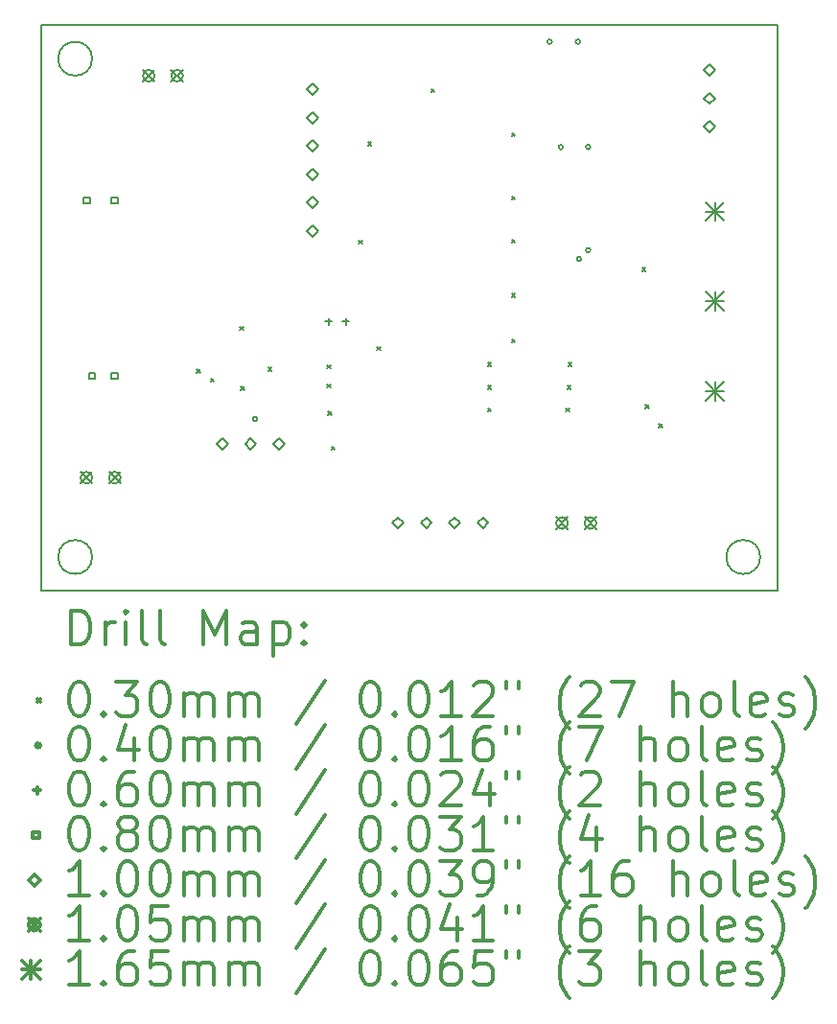
<source format=gbr>
%FSLAX45Y45*%
G04 Gerber Fmt 4.5, Leading zero omitted, Abs format (unit mm)*
G04 Created by KiCad (PCBNEW 4.0.7) date 06/23/18 09:51:54*
%MOMM*%
%LPD*%
G01*
G04 APERTURE LIST*
%ADD10C,0.127000*%
%ADD11C,0.150000*%
%ADD12C,0.200000*%
%ADD13C,0.300000*%
G04 APERTURE END LIST*
D10*
D11*
X6350000Y300000D02*
G75*
G03X6350000Y300000I-150000J0D01*
G01*
X450000Y4700000D02*
G75*
G03X450000Y4700000I-150000J0D01*
G01*
X450000Y300000D02*
G75*
G03X450000Y300000I-150000J0D01*
G01*
X6500000Y5000000D02*
X0Y5000000D01*
X6500000Y0D02*
X6500000Y5000000D01*
X0Y0D02*
X6500000Y0D01*
X0Y5000000D02*
X0Y0D01*
D12*
X1375000Y1955000D02*
X1405000Y1925000D01*
X1405000Y1955000D02*
X1375000Y1925000D01*
X1495000Y1875000D02*
X1525000Y1845000D01*
X1525000Y1875000D02*
X1495000Y1845000D01*
X1755000Y2335000D02*
X1785000Y2305000D01*
X1785000Y2335000D02*
X1755000Y2305000D01*
X1765000Y1805000D02*
X1795000Y1775000D01*
X1795000Y1805000D02*
X1765000Y1775000D01*
X2005000Y1975000D02*
X2035000Y1945000D01*
X2035000Y1975000D02*
X2005000Y1945000D01*
X2525000Y1995000D02*
X2555000Y1965000D01*
X2555000Y1995000D02*
X2525000Y1965000D01*
X2525000Y1825000D02*
X2555000Y1795000D01*
X2555000Y1825000D02*
X2525000Y1795000D01*
X2535000Y1585000D02*
X2565000Y1555000D01*
X2565000Y1585000D02*
X2535000Y1555000D01*
X2565000Y1275000D02*
X2595000Y1245000D01*
X2595000Y1275000D02*
X2565000Y1245000D01*
X2805000Y3095000D02*
X2835000Y3065000D01*
X2835000Y3095000D02*
X2805000Y3065000D01*
X2885000Y3965000D02*
X2915000Y3935000D01*
X2915000Y3965000D02*
X2885000Y3935000D01*
X2965000Y2155000D02*
X2995000Y2125000D01*
X2995000Y2155000D02*
X2965000Y2125000D01*
X3445000Y4435000D02*
X3475000Y4405000D01*
X3475000Y4435000D02*
X3445000Y4405000D01*
X3945000Y2015000D02*
X3975000Y1985000D01*
X3975000Y2015000D02*
X3945000Y1985000D01*
X3945000Y1815000D02*
X3975000Y1785000D01*
X3975000Y1815000D02*
X3945000Y1785000D01*
X3945000Y1615000D02*
X3975000Y1585000D01*
X3975000Y1615000D02*
X3945000Y1585000D01*
X4155000Y4045000D02*
X4185000Y4015000D01*
X4185000Y4045000D02*
X4155000Y4015000D01*
X4155000Y3485000D02*
X4185000Y3455000D01*
X4185000Y3485000D02*
X4155000Y3455000D01*
X4155000Y3105000D02*
X4185000Y3075000D01*
X4185000Y3105000D02*
X4155000Y3075000D01*
X4155000Y2625000D02*
X4185000Y2595000D01*
X4185000Y2625000D02*
X4155000Y2595000D01*
X4155000Y2225000D02*
X4185000Y2195000D01*
X4185000Y2225000D02*
X4155000Y2195000D01*
X4635000Y1615000D02*
X4665000Y1585000D01*
X4665000Y1615000D02*
X4635000Y1585000D01*
X4645000Y1815000D02*
X4675000Y1785000D01*
X4675000Y1815000D02*
X4645000Y1785000D01*
X4655000Y2015000D02*
X4685000Y1985000D01*
X4685000Y2015000D02*
X4655000Y1985000D01*
X5305000Y2855000D02*
X5335000Y2825000D01*
X5335000Y2855000D02*
X5305000Y2825000D01*
X5335000Y1645000D02*
X5365000Y1615000D01*
X5365000Y1645000D02*
X5335000Y1615000D01*
X5455000Y1475000D02*
X5485000Y1445000D01*
X5485000Y1475000D02*
X5455000Y1445000D01*
X1910000Y1520000D02*
G75*
G03X1910000Y1520000I-20000J0D01*
G01*
X4510000Y4850000D02*
G75*
G03X4510000Y4850000I-20000J0D01*
G01*
X4610000Y3920000D02*
G75*
G03X4610000Y3920000I-20000J0D01*
G01*
X4760000Y4850000D02*
G75*
G03X4760000Y4850000I-20000J0D01*
G01*
X4770000Y2930000D02*
G75*
G03X4770000Y2930000I-20000J0D01*
G01*
X4850000Y3920000D02*
G75*
G03X4850000Y3920000I-20000J0D01*
G01*
X4850000Y3010000D02*
G75*
G03X4850000Y3010000I-20000J0D01*
G01*
X2540000Y2410000D02*
X2540000Y2350000D01*
X2510000Y2380000D02*
X2570000Y2380000D01*
X2690000Y2410000D02*
X2690000Y2350000D01*
X2660000Y2380000D02*
X2720000Y2380000D01*
X428284Y3421715D02*
X428284Y3478284D01*
X371715Y3478284D01*
X371715Y3421715D01*
X428284Y3421715D01*
X478284Y1871715D02*
X478284Y1928284D01*
X421715Y1928284D01*
X421715Y1871715D01*
X478284Y1871715D01*
X678285Y3421715D02*
X678285Y3478284D01*
X621716Y3478284D01*
X621716Y3421715D01*
X678285Y3421715D01*
X678285Y1871715D02*
X678285Y1928284D01*
X621716Y1928284D01*
X621716Y1871715D01*
X678285Y1871715D01*
X1600000Y1250000D02*
X1650000Y1300000D01*
X1600000Y1350000D01*
X1550000Y1300000D01*
X1600000Y1250000D01*
X1850000Y1250000D02*
X1900000Y1300000D01*
X1850000Y1350000D01*
X1800000Y1300000D01*
X1850000Y1250000D01*
X2100000Y1250000D02*
X2150000Y1300000D01*
X2100000Y1350000D01*
X2050000Y1300000D01*
X2100000Y1250000D01*
X2400000Y4380000D02*
X2450000Y4430000D01*
X2400000Y4480000D01*
X2350000Y4430000D01*
X2400000Y4380000D01*
X2400000Y4130000D02*
X2450000Y4180000D01*
X2400000Y4230000D01*
X2350000Y4180000D01*
X2400000Y4130000D01*
X2400000Y3880000D02*
X2450000Y3930000D01*
X2400000Y3980000D01*
X2350000Y3930000D01*
X2400000Y3880000D01*
X2400000Y3630000D02*
X2450000Y3680000D01*
X2400000Y3730000D01*
X2350000Y3680000D01*
X2400000Y3630000D01*
X2400000Y3380000D02*
X2450000Y3430000D01*
X2400000Y3480000D01*
X2350000Y3430000D01*
X2400000Y3380000D01*
X2400000Y3130000D02*
X2450000Y3180000D01*
X2400000Y3230000D01*
X2350000Y3180000D01*
X2400000Y3130000D01*
X3150000Y550000D02*
X3200000Y600000D01*
X3150000Y650000D01*
X3100000Y600000D01*
X3150000Y550000D01*
X3400000Y550000D02*
X3450000Y600000D01*
X3400000Y650000D01*
X3350000Y600000D01*
X3400000Y550000D01*
X3650000Y550000D02*
X3700000Y600000D01*
X3650000Y650000D01*
X3600000Y600000D01*
X3650000Y550000D01*
X3900000Y550000D02*
X3950000Y600000D01*
X3900000Y650000D01*
X3850000Y600000D01*
X3900000Y550000D01*
X5900000Y4550000D02*
X5950000Y4600000D01*
X5900000Y4650000D01*
X5850000Y4600000D01*
X5900000Y4550000D01*
X5900000Y4300000D02*
X5950000Y4350000D01*
X5900000Y4400000D01*
X5850000Y4350000D01*
X5900000Y4300000D01*
X5900000Y4050000D02*
X5950000Y4100000D01*
X5900000Y4150000D01*
X5850000Y4100000D01*
X5900000Y4050000D01*
X347500Y1052500D02*
X452500Y947500D01*
X452500Y1052500D02*
X347500Y947500D01*
X452500Y1000000D02*
G75*
G03X452500Y1000000I-52500J0D01*
G01*
X597500Y1052500D02*
X702500Y947500D01*
X702500Y1052500D02*
X597500Y947500D01*
X702500Y1000000D02*
G75*
G03X702500Y1000000I-52500J0D01*
G01*
X897500Y4602500D02*
X1002500Y4497500D01*
X1002500Y4602500D02*
X897500Y4497500D01*
X1002500Y4550000D02*
G75*
G03X1002500Y4550000I-52500J0D01*
G01*
X1147500Y4602500D02*
X1252500Y4497500D01*
X1252500Y4602500D02*
X1147500Y4497500D01*
X1252500Y4550000D02*
G75*
G03X1252500Y4550000I-52500J0D01*
G01*
X4547500Y652500D02*
X4652500Y547500D01*
X4652500Y652500D02*
X4547500Y547500D01*
X4652500Y600000D02*
G75*
G03X4652500Y600000I-52500J0D01*
G01*
X4797500Y652500D02*
X4902500Y547500D01*
X4902500Y652500D02*
X4797500Y547500D01*
X4902500Y600000D02*
G75*
G03X4902500Y600000I-52500J0D01*
G01*
X5867500Y3432500D02*
X6032500Y3267500D01*
X6032500Y3432500D02*
X5867500Y3267500D01*
X5950000Y3432500D02*
X5950000Y3267500D01*
X5867500Y3350000D02*
X6032500Y3350000D01*
X5867500Y2640500D02*
X6032500Y2475500D01*
X6032500Y2640500D02*
X5867500Y2475500D01*
X5950000Y2640500D02*
X5950000Y2475500D01*
X5867500Y2558000D02*
X6032500Y2558000D01*
X5867500Y1848500D02*
X6032500Y1683500D01*
X6032500Y1848500D02*
X5867500Y1683500D01*
X5950000Y1848500D02*
X5950000Y1683500D01*
X5867500Y1766000D02*
X6032500Y1766000D01*
D13*
X263929Y-473214D02*
X263929Y-173214D01*
X335357Y-173214D01*
X378214Y-187500D01*
X406786Y-216071D01*
X421071Y-244643D01*
X435357Y-301786D01*
X435357Y-344643D01*
X421071Y-401786D01*
X406786Y-430357D01*
X378214Y-458929D01*
X335357Y-473214D01*
X263929Y-473214D01*
X563929Y-473214D02*
X563929Y-273214D01*
X563929Y-330357D02*
X578214Y-301786D01*
X592500Y-287500D01*
X621071Y-273214D01*
X649643Y-273214D01*
X749643Y-473214D02*
X749643Y-273214D01*
X749643Y-173214D02*
X735357Y-187500D01*
X749643Y-201786D01*
X763928Y-187500D01*
X749643Y-173214D01*
X749643Y-201786D01*
X935357Y-473214D02*
X906786Y-458929D01*
X892500Y-430357D01*
X892500Y-173214D01*
X1092500Y-473214D02*
X1063929Y-458929D01*
X1049643Y-430357D01*
X1049643Y-173214D01*
X1435357Y-473214D02*
X1435357Y-173214D01*
X1535357Y-387500D01*
X1635357Y-173214D01*
X1635357Y-473214D01*
X1906786Y-473214D02*
X1906786Y-316072D01*
X1892500Y-287500D01*
X1863928Y-273214D01*
X1806786Y-273214D01*
X1778214Y-287500D01*
X1906786Y-458929D02*
X1878214Y-473214D01*
X1806786Y-473214D01*
X1778214Y-458929D01*
X1763928Y-430357D01*
X1763928Y-401786D01*
X1778214Y-373214D01*
X1806786Y-358929D01*
X1878214Y-358929D01*
X1906786Y-344643D01*
X2049643Y-273214D02*
X2049643Y-573214D01*
X2049643Y-287500D02*
X2078214Y-273214D01*
X2135357Y-273214D01*
X2163929Y-287500D01*
X2178214Y-301786D01*
X2192500Y-330357D01*
X2192500Y-416071D01*
X2178214Y-444643D01*
X2163929Y-458929D01*
X2135357Y-473214D01*
X2078214Y-473214D01*
X2049643Y-458929D01*
X2321071Y-444643D02*
X2335357Y-458929D01*
X2321071Y-473214D01*
X2306786Y-458929D01*
X2321071Y-444643D01*
X2321071Y-473214D01*
X2321071Y-287500D02*
X2335357Y-301786D01*
X2321071Y-316072D01*
X2306786Y-301786D01*
X2321071Y-287500D01*
X2321071Y-316072D01*
X-37500Y-952500D02*
X-7500Y-982500D01*
X-7500Y-952500D02*
X-37500Y-982500D01*
X321071Y-803214D02*
X349643Y-803214D01*
X378214Y-817500D01*
X392500Y-831786D01*
X406786Y-860357D01*
X421071Y-917500D01*
X421071Y-988929D01*
X406786Y-1046071D01*
X392500Y-1074643D01*
X378214Y-1088929D01*
X349643Y-1103214D01*
X321071Y-1103214D01*
X292500Y-1088929D01*
X278214Y-1074643D01*
X263929Y-1046071D01*
X249643Y-988929D01*
X249643Y-917500D01*
X263929Y-860357D01*
X278214Y-831786D01*
X292500Y-817500D01*
X321071Y-803214D01*
X549643Y-1074643D02*
X563929Y-1088929D01*
X549643Y-1103214D01*
X535357Y-1088929D01*
X549643Y-1074643D01*
X549643Y-1103214D01*
X663928Y-803214D02*
X849643Y-803214D01*
X749643Y-917500D01*
X792500Y-917500D01*
X821071Y-931786D01*
X835357Y-946071D01*
X849643Y-974643D01*
X849643Y-1046071D01*
X835357Y-1074643D01*
X821071Y-1088929D01*
X792500Y-1103214D01*
X706786Y-1103214D01*
X678214Y-1088929D01*
X663928Y-1074643D01*
X1035357Y-803214D02*
X1063929Y-803214D01*
X1092500Y-817500D01*
X1106786Y-831786D01*
X1121071Y-860357D01*
X1135357Y-917500D01*
X1135357Y-988929D01*
X1121071Y-1046071D01*
X1106786Y-1074643D01*
X1092500Y-1088929D01*
X1063929Y-1103214D01*
X1035357Y-1103214D01*
X1006786Y-1088929D01*
X992500Y-1074643D01*
X978214Y-1046071D01*
X963928Y-988929D01*
X963928Y-917500D01*
X978214Y-860357D01*
X992500Y-831786D01*
X1006786Y-817500D01*
X1035357Y-803214D01*
X1263929Y-1103214D02*
X1263929Y-903214D01*
X1263929Y-931786D02*
X1278214Y-917500D01*
X1306786Y-903214D01*
X1349643Y-903214D01*
X1378214Y-917500D01*
X1392500Y-946071D01*
X1392500Y-1103214D01*
X1392500Y-946071D02*
X1406786Y-917500D01*
X1435357Y-903214D01*
X1478214Y-903214D01*
X1506786Y-917500D01*
X1521071Y-946071D01*
X1521071Y-1103214D01*
X1663928Y-1103214D02*
X1663928Y-903214D01*
X1663928Y-931786D02*
X1678214Y-917500D01*
X1706786Y-903214D01*
X1749643Y-903214D01*
X1778214Y-917500D01*
X1792500Y-946071D01*
X1792500Y-1103214D01*
X1792500Y-946071D02*
X1806786Y-917500D01*
X1835357Y-903214D01*
X1878214Y-903214D01*
X1906786Y-917500D01*
X1921071Y-946071D01*
X1921071Y-1103214D01*
X2506786Y-788929D02*
X2249643Y-1174643D01*
X2892500Y-803214D02*
X2921071Y-803214D01*
X2949643Y-817500D01*
X2963928Y-831786D01*
X2978214Y-860357D01*
X2992500Y-917500D01*
X2992500Y-988929D01*
X2978214Y-1046071D01*
X2963928Y-1074643D01*
X2949643Y-1088929D01*
X2921071Y-1103214D01*
X2892500Y-1103214D01*
X2863928Y-1088929D01*
X2849643Y-1074643D01*
X2835357Y-1046071D01*
X2821071Y-988929D01*
X2821071Y-917500D01*
X2835357Y-860357D01*
X2849643Y-831786D01*
X2863928Y-817500D01*
X2892500Y-803214D01*
X3121071Y-1074643D02*
X3135357Y-1088929D01*
X3121071Y-1103214D01*
X3106786Y-1088929D01*
X3121071Y-1074643D01*
X3121071Y-1103214D01*
X3321071Y-803214D02*
X3349643Y-803214D01*
X3378214Y-817500D01*
X3392500Y-831786D01*
X3406785Y-860357D01*
X3421071Y-917500D01*
X3421071Y-988929D01*
X3406785Y-1046071D01*
X3392500Y-1074643D01*
X3378214Y-1088929D01*
X3349643Y-1103214D01*
X3321071Y-1103214D01*
X3292500Y-1088929D01*
X3278214Y-1074643D01*
X3263928Y-1046071D01*
X3249643Y-988929D01*
X3249643Y-917500D01*
X3263928Y-860357D01*
X3278214Y-831786D01*
X3292500Y-817500D01*
X3321071Y-803214D01*
X3706785Y-1103214D02*
X3535357Y-1103214D01*
X3621071Y-1103214D02*
X3621071Y-803214D01*
X3592500Y-846071D01*
X3563928Y-874643D01*
X3535357Y-888929D01*
X3821071Y-831786D02*
X3835357Y-817500D01*
X3863928Y-803214D01*
X3935357Y-803214D01*
X3963928Y-817500D01*
X3978214Y-831786D01*
X3992500Y-860357D01*
X3992500Y-888929D01*
X3978214Y-931786D01*
X3806785Y-1103214D01*
X3992500Y-1103214D01*
X4106786Y-803214D02*
X4106786Y-860357D01*
X4221071Y-803214D02*
X4221071Y-860357D01*
X4663928Y-1217500D02*
X4649643Y-1203214D01*
X4621071Y-1160357D01*
X4606786Y-1131786D01*
X4592500Y-1088929D01*
X4578214Y-1017500D01*
X4578214Y-960357D01*
X4592500Y-888929D01*
X4606786Y-846071D01*
X4621071Y-817500D01*
X4649643Y-774643D01*
X4663928Y-760357D01*
X4763928Y-831786D02*
X4778214Y-817500D01*
X4806786Y-803214D01*
X4878214Y-803214D01*
X4906786Y-817500D01*
X4921071Y-831786D01*
X4935357Y-860357D01*
X4935357Y-888929D01*
X4921071Y-931786D01*
X4749643Y-1103214D01*
X4935357Y-1103214D01*
X5035357Y-803214D02*
X5235357Y-803214D01*
X5106786Y-1103214D01*
X5578214Y-1103214D02*
X5578214Y-803214D01*
X5706785Y-1103214D02*
X5706785Y-946071D01*
X5692500Y-917500D01*
X5663928Y-903214D01*
X5621071Y-903214D01*
X5592500Y-917500D01*
X5578214Y-931786D01*
X5892500Y-1103214D02*
X5863928Y-1088929D01*
X5849643Y-1074643D01*
X5835357Y-1046071D01*
X5835357Y-960357D01*
X5849643Y-931786D01*
X5863928Y-917500D01*
X5892500Y-903214D01*
X5935357Y-903214D01*
X5963928Y-917500D01*
X5978214Y-931786D01*
X5992500Y-960357D01*
X5992500Y-1046071D01*
X5978214Y-1074643D01*
X5963928Y-1088929D01*
X5935357Y-1103214D01*
X5892500Y-1103214D01*
X6163928Y-1103214D02*
X6135357Y-1088929D01*
X6121071Y-1060357D01*
X6121071Y-803214D01*
X6392500Y-1088929D02*
X6363928Y-1103214D01*
X6306786Y-1103214D01*
X6278214Y-1088929D01*
X6263928Y-1060357D01*
X6263928Y-946071D01*
X6278214Y-917500D01*
X6306786Y-903214D01*
X6363928Y-903214D01*
X6392500Y-917500D01*
X6406786Y-946071D01*
X6406786Y-974643D01*
X6263928Y-1003214D01*
X6521071Y-1088929D02*
X6549643Y-1103214D01*
X6606786Y-1103214D01*
X6635357Y-1088929D01*
X6649643Y-1060357D01*
X6649643Y-1046071D01*
X6635357Y-1017500D01*
X6606786Y-1003214D01*
X6563928Y-1003214D01*
X6535357Y-988929D01*
X6521071Y-960357D01*
X6521071Y-946071D01*
X6535357Y-917500D01*
X6563928Y-903214D01*
X6606786Y-903214D01*
X6635357Y-917500D01*
X6749643Y-1217500D02*
X6763928Y-1203214D01*
X6792500Y-1160357D01*
X6806786Y-1131786D01*
X6821071Y-1088929D01*
X6835357Y-1017500D01*
X6835357Y-960357D01*
X6821071Y-888929D01*
X6806786Y-846071D01*
X6792500Y-817500D01*
X6763928Y-774643D01*
X6749643Y-760357D01*
X-7500Y-1363500D02*
G75*
G03X-7500Y-1363500I-20000J0D01*
G01*
X321071Y-1199214D02*
X349643Y-1199214D01*
X378214Y-1213500D01*
X392500Y-1227786D01*
X406786Y-1256357D01*
X421071Y-1313500D01*
X421071Y-1384929D01*
X406786Y-1442071D01*
X392500Y-1470643D01*
X378214Y-1484929D01*
X349643Y-1499214D01*
X321071Y-1499214D01*
X292500Y-1484929D01*
X278214Y-1470643D01*
X263929Y-1442071D01*
X249643Y-1384929D01*
X249643Y-1313500D01*
X263929Y-1256357D01*
X278214Y-1227786D01*
X292500Y-1213500D01*
X321071Y-1199214D01*
X549643Y-1470643D02*
X563929Y-1484929D01*
X549643Y-1499214D01*
X535357Y-1484929D01*
X549643Y-1470643D01*
X549643Y-1499214D01*
X821071Y-1299214D02*
X821071Y-1499214D01*
X749643Y-1184929D02*
X678214Y-1399214D01*
X863928Y-1399214D01*
X1035357Y-1199214D02*
X1063929Y-1199214D01*
X1092500Y-1213500D01*
X1106786Y-1227786D01*
X1121071Y-1256357D01*
X1135357Y-1313500D01*
X1135357Y-1384929D01*
X1121071Y-1442071D01*
X1106786Y-1470643D01*
X1092500Y-1484929D01*
X1063929Y-1499214D01*
X1035357Y-1499214D01*
X1006786Y-1484929D01*
X992500Y-1470643D01*
X978214Y-1442071D01*
X963928Y-1384929D01*
X963928Y-1313500D01*
X978214Y-1256357D01*
X992500Y-1227786D01*
X1006786Y-1213500D01*
X1035357Y-1199214D01*
X1263929Y-1499214D02*
X1263929Y-1299214D01*
X1263929Y-1327786D02*
X1278214Y-1313500D01*
X1306786Y-1299214D01*
X1349643Y-1299214D01*
X1378214Y-1313500D01*
X1392500Y-1342072D01*
X1392500Y-1499214D01*
X1392500Y-1342072D02*
X1406786Y-1313500D01*
X1435357Y-1299214D01*
X1478214Y-1299214D01*
X1506786Y-1313500D01*
X1521071Y-1342072D01*
X1521071Y-1499214D01*
X1663928Y-1499214D02*
X1663928Y-1299214D01*
X1663928Y-1327786D02*
X1678214Y-1313500D01*
X1706786Y-1299214D01*
X1749643Y-1299214D01*
X1778214Y-1313500D01*
X1792500Y-1342072D01*
X1792500Y-1499214D01*
X1792500Y-1342072D02*
X1806786Y-1313500D01*
X1835357Y-1299214D01*
X1878214Y-1299214D01*
X1906786Y-1313500D01*
X1921071Y-1342072D01*
X1921071Y-1499214D01*
X2506786Y-1184929D02*
X2249643Y-1570643D01*
X2892500Y-1199214D02*
X2921071Y-1199214D01*
X2949643Y-1213500D01*
X2963928Y-1227786D01*
X2978214Y-1256357D01*
X2992500Y-1313500D01*
X2992500Y-1384929D01*
X2978214Y-1442071D01*
X2963928Y-1470643D01*
X2949643Y-1484929D01*
X2921071Y-1499214D01*
X2892500Y-1499214D01*
X2863928Y-1484929D01*
X2849643Y-1470643D01*
X2835357Y-1442071D01*
X2821071Y-1384929D01*
X2821071Y-1313500D01*
X2835357Y-1256357D01*
X2849643Y-1227786D01*
X2863928Y-1213500D01*
X2892500Y-1199214D01*
X3121071Y-1470643D02*
X3135357Y-1484929D01*
X3121071Y-1499214D01*
X3106786Y-1484929D01*
X3121071Y-1470643D01*
X3121071Y-1499214D01*
X3321071Y-1199214D02*
X3349643Y-1199214D01*
X3378214Y-1213500D01*
X3392500Y-1227786D01*
X3406785Y-1256357D01*
X3421071Y-1313500D01*
X3421071Y-1384929D01*
X3406785Y-1442071D01*
X3392500Y-1470643D01*
X3378214Y-1484929D01*
X3349643Y-1499214D01*
X3321071Y-1499214D01*
X3292500Y-1484929D01*
X3278214Y-1470643D01*
X3263928Y-1442071D01*
X3249643Y-1384929D01*
X3249643Y-1313500D01*
X3263928Y-1256357D01*
X3278214Y-1227786D01*
X3292500Y-1213500D01*
X3321071Y-1199214D01*
X3706785Y-1499214D02*
X3535357Y-1499214D01*
X3621071Y-1499214D02*
X3621071Y-1199214D01*
X3592500Y-1242072D01*
X3563928Y-1270643D01*
X3535357Y-1284929D01*
X3963928Y-1199214D02*
X3906785Y-1199214D01*
X3878214Y-1213500D01*
X3863928Y-1227786D01*
X3835357Y-1270643D01*
X3821071Y-1327786D01*
X3821071Y-1442071D01*
X3835357Y-1470643D01*
X3849643Y-1484929D01*
X3878214Y-1499214D01*
X3935357Y-1499214D01*
X3963928Y-1484929D01*
X3978214Y-1470643D01*
X3992500Y-1442071D01*
X3992500Y-1370643D01*
X3978214Y-1342072D01*
X3963928Y-1327786D01*
X3935357Y-1313500D01*
X3878214Y-1313500D01*
X3849643Y-1327786D01*
X3835357Y-1342072D01*
X3821071Y-1370643D01*
X4106786Y-1199214D02*
X4106786Y-1256357D01*
X4221071Y-1199214D02*
X4221071Y-1256357D01*
X4663928Y-1613500D02*
X4649643Y-1599214D01*
X4621071Y-1556357D01*
X4606786Y-1527786D01*
X4592500Y-1484929D01*
X4578214Y-1413500D01*
X4578214Y-1356357D01*
X4592500Y-1284929D01*
X4606786Y-1242072D01*
X4621071Y-1213500D01*
X4649643Y-1170643D01*
X4663928Y-1156357D01*
X4749643Y-1199214D02*
X4949643Y-1199214D01*
X4821071Y-1499214D01*
X5292500Y-1499214D02*
X5292500Y-1199214D01*
X5421071Y-1499214D02*
X5421071Y-1342072D01*
X5406786Y-1313500D01*
X5378214Y-1299214D01*
X5335357Y-1299214D01*
X5306786Y-1313500D01*
X5292500Y-1327786D01*
X5606785Y-1499214D02*
X5578214Y-1484929D01*
X5563928Y-1470643D01*
X5549643Y-1442071D01*
X5549643Y-1356357D01*
X5563928Y-1327786D01*
X5578214Y-1313500D01*
X5606785Y-1299214D01*
X5649643Y-1299214D01*
X5678214Y-1313500D01*
X5692500Y-1327786D01*
X5706785Y-1356357D01*
X5706785Y-1442071D01*
X5692500Y-1470643D01*
X5678214Y-1484929D01*
X5649643Y-1499214D01*
X5606785Y-1499214D01*
X5878214Y-1499214D02*
X5849643Y-1484929D01*
X5835357Y-1456357D01*
X5835357Y-1199214D01*
X6106786Y-1484929D02*
X6078214Y-1499214D01*
X6021071Y-1499214D01*
X5992500Y-1484929D01*
X5978214Y-1456357D01*
X5978214Y-1342072D01*
X5992500Y-1313500D01*
X6021071Y-1299214D01*
X6078214Y-1299214D01*
X6106786Y-1313500D01*
X6121071Y-1342072D01*
X6121071Y-1370643D01*
X5978214Y-1399214D01*
X6235357Y-1484929D02*
X6263928Y-1499214D01*
X6321071Y-1499214D01*
X6349643Y-1484929D01*
X6363928Y-1456357D01*
X6363928Y-1442071D01*
X6349643Y-1413500D01*
X6321071Y-1399214D01*
X6278214Y-1399214D01*
X6249643Y-1384929D01*
X6235357Y-1356357D01*
X6235357Y-1342072D01*
X6249643Y-1313500D01*
X6278214Y-1299214D01*
X6321071Y-1299214D01*
X6349643Y-1313500D01*
X6463928Y-1613500D02*
X6478214Y-1599214D01*
X6506786Y-1556357D01*
X6521071Y-1527786D01*
X6535357Y-1484929D01*
X6549643Y-1413500D01*
X6549643Y-1356357D01*
X6535357Y-1284929D01*
X6521071Y-1242072D01*
X6506786Y-1213500D01*
X6478214Y-1170643D01*
X6463928Y-1156357D01*
X-37500Y-1729500D02*
X-37500Y-1789500D01*
X-67500Y-1759500D02*
X-7500Y-1759500D01*
X321071Y-1595214D02*
X349643Y-1595214D01*
X378214Y-1609500D01*
X392500Y-1623786D01*
X406786Y-1652357D01*
X421071Y-1709500D01*
X421071Y-1780929D01*
X406786Y-1838071D01*
X392500Y-1866643D01*
X378214Y-1880929D01*
X349643Y-1895214D01*
X321071Y-1895214D01*
X292500Y-1880929D01*
X278214Y-1866643D01*
X263929Y-1838071D01*
X249643Y-1780929D01*
X249643Y-1709500D01*
X263929Y-1652357D01*
X278214Y-1623786D01*
X292500Y-1609500D01*
X321071Y-1595214D01*
X549643Y-1866643D02*
X563929Y-1880929D01*
X549643Y-1895214D01*
X535357Y-1880929D01*
X549643Y-1866643D01*
X549643Y-1895214D01*
X821071Y-1595214D02*
X763928Y-1595214D01*
X735357Y-1609500D01*
X721071Y-1623786D01*
X692500Y-1666643D01*
X678214Y-1723786D01*
X678214Y-1838071D01*
X692500Y-1866643D01*
X706786Y-1880929D01*
X735357Y-1895214D01*
X792500Y-1895214D01*
X821071Y-1880929D01*
X835357Y-1866643D01*
X849643Y-1838071D01*
X849643Y-1766643D01*
X835357Y-1738071D01*
X821071Y-1723786D01*
X792500Y-1709500D01*
X735357Y-1709500D01*
X706786Y-1723786D01*
X692500Y-1738071D01*
X678214Y-1766643D01*
X1035357Y-1595214D02*
X1063929Y-1595214D01*
X1092500Y-1609500D01*
X1106786Y-1623786D01*
X1121071Y-1652357D01*
X1135357Y-1709500D01*
X1135357Y-1780929D01*
X1121071Y-1838071D01*
X1106786Y-1866643D01*
X1092500Y-1880929D01*
X1063929Y-1895214D01*
X1035357Y-1895214D01*
X1006786Y-1880929D01*
X992500Y-1866643D01*
X978214Y-1838071D01*
X963928Y-1780929D01*
X963928Y-1709500D01*
X978214Y-1652357D01*
X992500Y-1623786D01*
X1006786Y-1609500D01*
X1035357Y-1595214D01*
X1263929Y-1895214D02*
X1263929Y-1695214D01*
X1263929Y-1723786D02*
X1278214Y-1709500D01*
X1306786Y-1695214D01*
X1349643Y-1695214D01*
X1378214Y-1709500D01*
X1392500Y-1738071D01*
X1392500Y-1895214D01*
X1392500Y-1738071D02*
X1406786Y-1709500D01*
X1435357Y-1695214D01*
X1478214Y-1695214D01*
X1506786Y-1709500D01*
X1521071Y-1738071D01*
X1521071Y-1895214D01*
X1663928Y-1895214D02*
X1663928Y-1695214D01*
X1663928Y-1723786D02*
X1678214Y-1709500D01*
X1706786Y-1695214D01*
X1749643Y-1695214D01*
X1778214Y-1709500D01*
X1792500Y-1738071D01*
X1792500Y-1895214D01*
X1792500Y-1738071D02*
X1806786Y-1709500D01*
X1835357Y-1695214D01*
X1878214Y-1695214D01*
X1906786Y-1709500D01*
X1921071Y-1738071D01*
X1921071Y-1895214D01*
X2506786Y-1580929D02*
X2249643Y-1966643D01*
X2892500Y-1595214D02*
X2921071Y-1595214D01*
X2949643Y-1609500D01*
X2963928Y-1623786D01*
X2978214Y-1652357D01*
X2992500Y-1709500D01*
X2992500Y-1780929D01*
X2978214Y-1838071D01*
X2963928Y-1866643D01*
X2949643Y-1880929D01*
X2921071Y-1895214D01*
X2892500Y-1895214D01*
X2863928Y-1880929D01*
X2849643Y-1866643D01*
X2835357Y-1838071D01*
X2821071Y-1780929D01*
X2821071Y-1709500D01*
X2835357Y-1652357D01*
X2849643Y-1623786D01*
X2863928Y-1609500D01*
X2892500Y-1595214D01*
X3121071Y-1866643D02*
X3135357Y-1880929D01*
X3121071Y-1895214D01*
X3106786Y-1880929D01*
X3121071Y-1866643D01*
X3121071Y-1895214D01*
X3321071Y-1595214D02*
X3349643Y-1595214D01*
X3378214Y-1609500D01*
X3392500Y-1623786D01*
X3406785Y-1652357D01*
X3421071Y-1709500D01*
X3421071Y-1780929D01*
X3406785Y-1838071D01*
X3392500Y-1866643D01*
X3378214Y-1880929D01*
X3349643Y-1895214D01*
X3321071Y-1895214D01*
X3292500Y-1880929D01*
X3278214Y-1866643D01*
X3263928Y-1838071D01*
X3249643Y-1780929D01*
X3249643Y-1709500D01*
X3263928Y-1652357D01*
X3278214Y-1623786D01*
X3292500Y-1609500D01*
X3321071Y-1595214D01*
X3535357Y-1623786D02*
X3549643Y-1609500D01*
X3578214Y-1595214D01*
X3649643Y-1595214D01*
X3678214Y-1609500D01*
X3692500Y-1623786D01*
X3706785Y-1652357D01*
X3706785Y-1680929D01*
X3692500Y-1723786D01*
X3521071Y-1895214D01*
X3706785Y-1895214D01*
X3963928Y-1695214D02*
X3963928Y-1895214D01*
X3892500Y-1580929D02*
X3821071Y-1795214D01*
X4006785Y-1795214D01*
X4106786Y-1595214D02*
X4106786Y-1652357D01*
X4221071Y-1595214D02*
X4221071Y-1652357D01*
X4663928Y-2009500D02*
X4649643Y-1995214D01*
X4621071Y-1952357D01*
X4606786Y-1923786D01*
X4592500Y-1880929D01*
X4578214Y-1809500D01*
X4578214Y-1752357D01*
X4592500Y-1680929D01*
X4606786Y-1638071D01*
X4621071Y-1609500D01*
X4649643Y-1566643D01*
X4663928Y-1552357D01*
X4763928Y-1623786D02*
X4778214Y-1609500D01*
X4806786Y-1595214D01*
X4878214Y-1595214D01*
X4906786Y-1609500D01*
X4921071Y-1623786D01*
X4935357Y-1652357D01*
X4935357Y-1680929D01*
X4921071Y-1723786D01*
X4749643Y-1895214D01*
X4935357Y-1895214D01*
X5292500Y-1895214D02*
X5292500Y-1595214D01*
X5421071Y-1895214D02*
X5421071Y-1738071D01*
X5406786Y-1709500D01*
X5378214Y-1695214D01*
X5335357Y-1695214D01*
X5306786Y-1709500D01*
X5292500Y-1723786D01*
X5606785Y-1895214D02*
X5578214Y-1880929D01*
X5563928Y-1866643D01*
X5549643Y-1838071D01*
X5549643Y-1752357D01*
X5563928Y-1723786D01*
X5578214Y-1709500D01*
X5606785Y-1695214D01*
X5649643Y-1695214D01*
X5678214Y-1709500D01*
X5692500Y-1723786D01*
X5706785Y-1752357D01*
X5706785Y-1838071D01*
X5692500Y-1866643D01*
X5678214Y-1880929D01*
X5649643Y-1895214D01*
X5606785Y-1895214D01*
X5878214Y-1895214D02*
X5849643Y-1880929D01*
X5835357Y-1852357D01*
X5835357Y-1595214D01*
X6106786Y-1880929D02*
X6078214Y-1895214D01*
X6021071Y-1895214D01*
X5992500Y-1880929D01*
X5978214Y-1852357D01*
X5978214Y-1738071D01*
X5992500Y-1709500D01*
X6021071Y-1695214D01*
X6078214Y-1695214D01*
X6106786Y-1709500D01*
X6121071Y-1738071D01*
X6121071Y-1766643D01*
X5978214Y-1795214D01*
X6235357Y-1880929D02*
X6263928Y-1895214D01*
X6321071Y-1895214D01*
X6349643Y-1880929D01*
X6363928Y-1852357D01*
X6363928Y-1838071D01*
X6349643Y-1809500D01*
X6321071Y-1795214D01*
X6278214Y-1795214D01*
X6249643Y-1780929D01*
X6235357Y-1752357D01*
X6235357Y-1738071D01*
X6249643Y-1709500D01*
X6278214Y-1695214D01*
X6321071Y-1695214D01*
X6349643Y-1709500D01*
X6463928Y-2009500D02*
X6478214Y-1995214D01*
X6506786Y-1952357D01*
X6521071Y-1923786D01*
X6535357Y-1880929D01*
X6549643Y-1809500D01*
X6549643Y-1752357D01*
X6535357Y-1680929D01*
X6521071Y-1638071D01*
X6506786Y-1609500D01*
X6478214Y-1566643D01*
X6463928Y-1552357D01*
X-19216Y-2183785D02*
X-19216Y-2127216D01*
X-75785Y-2127216D01*
X-75785Y-2183785D01*
X-19216Y-2183785D01*
X321071Y-1991214D02*
X349643Y-1991214D01*
X378214Y-2005500D01*
X392500Y-2019786D01*
X406786Y-2048357D01*
X421071Y-2105500D01*
X421071Y-2176929D01*
X406786Y-2234072D01*
X392500Y-2262643D01*
X378214Y-2276929D01*
X349643Y-2291214D01*
X321071Y-2291214D01*
X292500Y-2276929D01*
X278214Y-2262643D01*
X263929Y-2234072D01*
X249643Y-2176929D01*
X249643Y-2105500D01*
X263929Y-2048357D01*
X278214Y-2019786D01*
X292500Y-2005500D01*
X321071Y-1991214D01*
X549643Y-2262643D02*
X563929Y-2276929D01*
X549643Y-2291214D01*
X535357Y-2276929D01*
X549643Y-2262643D01*
X549643Y-2291214D01*
X735357Y-2119786D02*
X706786Y-2105500D01*
X692500Y-2091214D01*
X678214Y-2062643D01*
X678214Y-2048357D01*
X692500Y-2019786D01*
X706786Y-2005500D01*
X735357Y-1991214D01*
X792500Y-1991214D01*
X821071Y-2005500D01*
X835357Y-2019786D01*
X849643Y-2048357D01*
X849643Y-2062643D01*
X835357Y-2091214D01*
X821071Y-2105500D01*
X792500Y-2119786D01*
X735357Y-2119786D01*
X706786Y-2134072D01*
X692500Y-2148357D01*
X678214Y-2176929D01*
X678214Y-2234072D01*
X692500Y-2262643D01*
X706786Y-2276929D01*
X735357Y-2291214D01*
X792500Y-2291214D01*
X821071Y-2276929D01*
X835357Y-2262643D01*
X849643Y-2234072D01*
X849643Y-2176929D01*
X835357Y-2148357D01*
X821071Y-2134072D01*
X792500Y-2119786D01*
X1035357Y-1991214D02*
X1063929Y-1991214D01*
X1092500Y-2005500D01*
X1106786Y-2019786D01*
X1121071Y-2048357D01*
X1135357Y-2105500D01*
X1135357Y-2176929D01*
X1121071Y-2234072D01*
X1106786Y-2262643D01*
X1092500Y-2276929D01*
X1063929Y-2291214D01*
X1035357Y-2291214D01*
X1006786Y-2276929D01*
X992500Y-2262643D01*
X978214Y-2234072D01*
X963928Y-2176929D01*
X963928Y-2105500D01*
X978214Y-2048357D01*
X992500Y-2019786D01*
X1006786Y-2005500D01*
X1035357Y-1991214D01*
X1263929Y-2291214D02*
X1263929Y-2091214D01*
X1263929Y-2119786D02*
X1278214Y-2105500D01*
X1306786Y-2091214D01*
X1349643Y-2091214D01*
X1378214Y-2105500D01*
X1392500Y-2134072D01*
X1392500Y-2291214D01*
X1392500Y-2134072D02*
X1406786Y-2105500D01*
X1435357Y-2091214D01*
X1478214Y-2091214D01*
X1506786Y-2105500D01*
X1521071Y-2134072D01*
X1521071Y-2291214D01*
X1663928Y-2291214D02*
X1663928Y-2091214D01*
X1663928Y-2119786D02*
X1678214Y-2105500D01*
X1706786Y-2091214D01*
X1749643Y-2091214D01*
X1778214Y-2105500D01*
X1792500Y-2134072D01*
X1792500Y-2291214D01*
X1792500Y-2134072D02*
X1806786Y-2105500D01*
X1835357Y-2091214D01*
X1878214Y-2091214D01*
X1906786Y-2105500D01*
X1921071Y-2134072D01*
X1921071Y-2291214D01*
X2506786Y-1976929D02*
X2249643Y-2362643D01*
X2892500Y-1991214D02*
X2921071Y-1991214D01*
X2949643Y-2005500D01*
X2963928Y-2019786D01*
X2978214Y-2048357D01*
X2992500Y-2105500D01*
X2992500Y-2176929D01*
X2978214Y-2234072D01*
X2963928Y-2262643D01*
X2949643Y-2276929D01*
X2921071Y-2291214D01*
X2892500Y-2291214D01*
X2863928Y-2276929D01*
X2849643Y-2262643D01*
X2835357Y-2234072D01*
X2821071Y-2176929D01*
X2821071Y-2105500D01*
X2835357Y-2048357D01*
X2849643Y-2019786D01*
X2863928Y-2005500D01*
X2892500Y-1991214D01*
X3121071Y-2262643D02*
X3135357Y-2276929D01*
X3121071Y-2291214D01*
X3106786Y-2276929D01*
X3121071Y-2262643D01*
X3121071Y-2291214D01*
X3321071Y-1991214D02*
X3349643Y-1991214D01*
X3378214Y-2005500D01*
X3392500Y-2019786D01*
X3406785Y-2048357D01*
X3421071Y-2105500D01*
X3421071Y-2176929D01*
X3406785Y-2234072D01*
X3392500Y-2262643D01*
X3378214Y-2276929D01*
X3349643Y-2291214D01*
X3321071Y-2291214D01*
X3292500Y-2276929D01*
X3278214Y-2262643D01*
X3263928Y-2234072D01*
X3249643Y-2176929D01*
X3249643Y-2105500D01*
X3263928Y-2048357D01*
X3278214Y-2019786D01*
X3292500Y-2005500D01*
X3321071Y-1991214D01*
X3521071Y-1991214D02*
X3706785Y-1991214D01*
X3606785Y-2105500D01*
X3649643Y-2105500D01*
X3678214Y-2119786D01*
X3692500Y-2134072D01*
X3706785Y-2162643D01*
X3706785Y-2234072D01*
X3692500Y-2262643D01*
X3678214Y-2276929D01*
X3649643Y-2291214D01*
X3563928Y-2291214D01*
X3535357Y-2276929D01*
X3521071Y-2262643D01*
X3992500Y-2291214D02*
X3821071Y-2291214D01*
X3906785Y-2291214D02*
X3906785Y-1991214D01*
X3878214Y-2034071D01*
X3849643Y-2062643D01*
X3821071Y-2076929D01*
X4106786Y-1991214D02*
X4106786Y-2048357D01*
X4221071Y-1991214D02*
X4221071Y-2048357D01*
X4663928Y-2405500D02*
X4649643Y-2391214D01*
X4621071Y-2348357D01*
X4606786Y-2319786D01*
X4592500Y-2276929D01*
X4578214Y-2205500D01*
X4578214Y-2148357D01*
X4592500Y-2076929D01*
X4606786Y-2034071D01*
X4621071Y-2005500D01*
X4649643Y-1962643D01*
X4663928Y-1948357D01*
X4906786Y-2091214D02*
X4906786Y-2291214D01*
X4835357Y-1976929D02*
X4763928Y-2191214D01*
X4949643Y-2191214D01*
X5292500Y-2291214D02*
X5292500Y-1991214D01*
X5421071Y-2291214D02*
X5421071Y-2134072D01*
X5406786Y-2105500D01*
X5378214Y-2091214D01*
X5335357Y-2091214D01*
X5306786Y-2105500D01*
X5292500Y-2119786D01*
X5606785Y-2291214D02*
X5578214Y-2276929D01*
X5563928Y-2262643D01*
X5549643Y-2234072D01*
X5549643Y-2148357D01*
X5563928Y-2119786D01*
X5578214Y-2105500D01*
X5606785Y-2091214D01*
X5649643Y-2091214D01*
X5678214Y-2105500D01*
X5692500Y-2119786D01*
X5706785Y-2148357D01*
X5706785Y-2234072D01*
X5692500Y-2262643D01*
X5678214Y-2276929D01*
X5649643Y-2291214D01*
X5606785Y-2291214D01*
X5878214Y-2291214D02*
X5849643Y-2276929D01*
X5835357Y-2248357D01*
X5835357Y-1991214D01*
X6106786Y-2276929D02*
X6078214Y-2291214D01*
X6021071Y-2291214D01*
X5992500Y-2276929D01*
X5978214Y-2248357D01*
X5978214Y-2134072D01*
X5992500Y-2105500D01*
X6021071Y-2091214D01*
X6078214Y-2091214D01*
X6106786Y-2105500D01*
X6121071Y-2134072D01*
X6121071Y-2162643D01*
X5978214Y-2191214D01*
X6235357Y-2276929D02*
X6263928Y-2291214D01*
X6321071Y-2291214D01*
X6349643Y-2276929D01*
X6363928Y-2248357D01*
X6363928Y-2234072D01*
X6349643Y-2205500D01*
X6321071Y-2191214D01*
X6278214Y-2191214D01*
X6249643Y-2176929D01*
X6235357Y-2148357D01*
X6235357Y-2134072D01*
X6249643Y-2105500D01*
X6278214Y-2091214D01*
X6321071Y-2091214D01*
X6349643Y-2105500D01*
X6463928Y-2405500D02*
X6478214Y-2391214D01*
X6506786Y-2348357D01*
X6521071Y-2319786D01*
X6535357Y-2276929D01*
X6549643Y-2205500D01*
X6549643Y-2148357D01*
X6535357Y-2076929D01*
X6521071Y-2034071D01*
X6506786Y-2005500D01*
X6478214Y-1962643D01*
X6463928Y-1948357D01*
X-57500Y-2601500D02*
X-7500Y-2551500D01*
X-57500Y-2501500D01*
X-107500Y-2551500D01*
X-57500Y-2601500D01*
X421071Y-2687214D02*
X249643Y-2687214D01*
X335357Y-2687214D02*
X335357Y-2387214D01*
X306786Y-2430072D01*
X278214Y-2458643D01*
X249643Y-2472929D01*
X549643Y-2658643D02*
X563929Y-2672929D01*
X549643Y-2687214D01*
X535357Y-2672929D01*
X549643Y-2658643D01*
X549643Y-2687214D01*
X749643Y-2387214D02*
X778214Y-2387214D01*
X806786Y-2401500D01*
X821071Y-2415786D01*
X835357Y-2444357D01*
X849643Y-2501500D01*
X849643Y-2572929D01*
X835357Y-2630072D01*
X821071Y-2658643D01*
X806786Y-2672929D01*
X778214Y-2687214D01*
X749643Y-2687214D01*
X721071Y-2672929D01*
X706786Y-2658643D01*
X692500Y-2630072D01*
X678214Y-2572929D01*
X678214Y-2501500D01*
X692500Y-2444357D01*
X706786Y-2415786D01*
X721071Y-2401500D01*
X749643Y-2387214D01*
X1035357Y-2387214D02*
X1063929Y-2387214D01*
X1092500Y-2401500D01*
X1106786Y-2415786D01*
X1121071Y-2444357D01*
X1135357Y-2501500D01*
X1135357Y-2572929D01*
X1121071Y-2630072D01*
X1106786Y-2658643D01*
X1092500Y-2672929D01*
X1063929Y-2687214D01*
X1035357Y-2687214D01*
X1006786Y-2672929D01*
X992500Y-2658643D01*
X978214Y-2630072D01*
X963928Y-2572929D01*
X963928Y-2501500D01*
X978214Y-2444357D01*
X992500Y-2415786D01*
X1006786Y-2401500D01*
X1035357Y-2387214D01*
X1263929Y-2687214D02*
X1263929Y-2487214D01*
X1263929Y-2515786D02*
X1278214Y-2501500D01*
X1306786Y-2487214D01*
X1349643Y-2487214D01*
X1378214Y-2501500D01*
X1392500Y-2530072D01*
X1392500Y-2687214D01*
X1392500Y-2530072D02*
X1406786Y-2501500D01*
X1435357Y-2487214D01*
X1478214Y-2487214D01*
X1506786Y-2501500D01*
X1521071Y-2530072D01*
X1521071Y-2687214D01*
X1663928Y-2687214D02*
X1663928Y-2487214D01*
X1663928Y-2515786D02*
X1678214Y-2501500D01*
X1706786Y-2487214D01*
X1749643Y-2487214D01*
X1778214Y-2501500D01*
X1792500Y-2530072D01*
X1792500Y-2687214D01*
X1792500Y-2530072D02*
X1806786Y-2501500D01*
X1835357Y-2487214D01*
X1878214Y-2487214D01*
X1906786Y-2501500D01*
X1921071Y-2530072D01*
X1921071Y-2687214D01*
X2506786Y-2372929D02*
X2249643Y-2758643D01*
X2892500Y-2387214D02*
X2921071Y-2387214D01*
X2949643Y-2401500D01*
X2963928Y-2415786D01*
X2978214Y-2444357D01*
X2992500Y-2501500D01*
X2992500Y-2572929D01*
X2978214Y-2630072D01*
X2963928Y-2658643D01*
X2949643Y-2672929D01*
X2921071Y-2687214D01*
X2892500Y-2687214D01*
X2863928Y-2672929D01*
X2849643Y-2658643D01*
X2835357Y-2630072D01*
X2821071Y-2572929D01*
X2821071Y-2501500D01*
X2835357Y-2444357D01*
X2849643Y-2415786D01*
X2863928Y-2401500D01*
X2892500Y-2387214D01*
X3121071Y-2658643D02*
X3135357Y-2672929D01*
X3121071Y-2687214D01*
X3106786Y-2672929D01*
X3121071Y-2658643D01*
X3121071Y-2687214D01*
X3321071Y-2387214D02*
X3349643Y-2387214D01*
X3378214Y-2401500D01*
X3392500Y-2415786D01*
X3406785Y-2444357D01*
X3421071Y-2501500D01*
X3421071Y-2572929D01*
X3406785Y-2630072D01*
X3392500Y-2658643D01*
X3378214Y-2672929D01*
X3349643Y-2687214D01*
X3321071Y-2687214D01*
X3292500Y-2672929D01*
X3278214Y-2658643D01*
X3263928Y-2630072D01*
X3249643Y-2572929D01*
X3249643Y-2501500D01*
X3263928Y-2444357D01*
X3278214Y-2415786D01*
X3292500Y-2401500D01*
X3321071Y-2387214D01*
X3521071Y-2387214D02*
X3706785Y-2387214D01*
X3606785Y-2501500D01*
X3649643Y-2501500D01*
X3678214Y-2515786D01*
X3692500Y-2530072D01*
X3706785Y-2558643D01*
X3706785Y-2630072D01*
X3692500Y-2658643D01*
X3678214Y-2672929D01*
X3649643Y-2687214D01*
X3563928Y-2687214D01*
X3535357Y-2672929D01*
X3521071Y-2658643D01*
X3849643Y-2687214D02*
X3906785Y-2687214D01*
X3935357Y-2672929D01*
X3949643Y-2658643D01*
X3978214Y-2615786D01*
X3992500Y-2558643D01*
X3992500Y-2444357D01*
X3978214Y-2415786D01*
X3963928Y-2401500D01*
X3935357Y-2387214D01*
X3878214Y-2387214D01*
X3849643Y-2401500D01*
X3835357Y-2415786D01*
X3821071Y-2444357D01*
X3821071Y-2515786D01*
X3835357Y-2544357D01*
X3849643Y-2558643D01*
X3878214Y-2572929D01*
X3935357Y-2572929D01*
X3963928Y-2558643D01*
X3978214Y-2544357D01*
X3992500Y-2515786D01*
X4106786Y-2387214D02*
X4106786Y-2444357D01*
X4221071Y-2387214D02*
X4221071Y-2444357D01*
X4663928Y-2801500D02*
X4649643Y-2787214D01*
X4621071Y-2744357D01*
X4606786Y-2715786D01*
X4592500Y-2672929D01*
X4578214Y-2601500D01*
X4578214Y-2544357D01*
X4592500Y-2472929D01*
X4606786Y-2430072D01*
X4621071Y-2401500D01*
X4649643Y-2358643D01*
X4663928Y-2344357D01*
X4935357Y-2687214D02*
X4763928Y-2687214D01*
X4849643Y-2687214D02*
X4849643Y-2387214D01*
X4821071Y-2430072D01*
X4792500Y-2458643D01*
X4763928Y-2472929D01*
X5192500Y-2387214D02*
X5135357Y-2387214D01*
X5106786Y-2401500D01*
X5092500Y-2415786D01*
X5063928Y-2458643D01*
X5049643Y-2515786D01*
X5049643Y-2630072D01*
X5063928Y-2658643D01*
X5078214Y-2672929D01*
X5106786Y-2687214D01*
X5163928Y-2687214D01*
X5192500Y-2672929D01*
X5206786Y-2658643D01*
X5221071Y-2630072D01*
X5221071Y-2558643D01*
X5206786Y-2530072D01*
X5192500Y-2515786D01*
X5163928Y-2501500D01*
X5106786Y-2501500D01*
X5078214Y-2515786D01*
X5063928Y-2530072D01*
X5049643Y-2558643D01*
X5578214Y-2687214D02*
X5578214Y-2387214D01*
X5706785Y-2687214D02*
X5706785Y-2530072D01*
X5692500Y-2501500D01*
X5663928Y-2487214D01*
X5621071Y-2487214D01*
X5592500Y-2501500D01*
X5578214Y-2515786D01*
X5892500Y-2687214D02*
X5863928Y-2672929D01*
X5849643Y-2658643D01*
X5835357Y-2630072D01*
X5835357Y-2544357D01*
X5849643Y-2515786D01*
X5863928Y-2501500D01*
X5892500Y-2487214D01*
X5935357Y-2487214D01*
X5963928Y-2501500D01*
X5978214Y-2515786D01*
X5992500Y-2544357D01*
X5992500Y-2630072D01*
X5978214Y-2658643D01*
X5963928Y-2672929D01*
X5935357Y-2687214D01*
X5892500Y-2687214D01*
X6163928Y-2687214D02*
X6135357Y-2672929D01*
X6121071Y-2644357D01*
X6121071Y-2387214D01*
X6392500Y-2672929D02*
X6363928Y-2687214D01*
X6306786Y-2687214D01*
X6278214Y-2672929D01*
X6263928Y-2644357D01*
X6263928Y-2530072D01*
X6278214Y-2501500D01*
X6306786Y-2487214D01*
X6363928Y-2487214D01*
X6392500Y-2501500D01*
X6406786Y-2530072D01*
X6406786Y-2558643D01*
X6263928Y-2587214D01*
X6521071Y-2672929D02*
X6549643Y-2687214D01*
X6606786Y-2687214D01*
X6635357Y-2672929D01*
X6649643Y-2644357D01*
X6649643Y-2630072D01*
X6635357Y-2601500D01*
X6606786Y-2587214D01*
X6563928Y-2587214D01*
X6535357Y-2572929D01*
X6521071Y-2544357D01*
X6521071Y-2530072D01*
X6535357Y-2501500D01*
X6563928Y-2487214D01*
X6606786Y-2487214D01*
X6635357Y-2501500D01*
X6749643Y-2801500D02*
X6763928Y-2787214D01*
X6792500Y-2744357D01*
X6806786Y-2715786D01*
X6821071Y-2672929D01*
X6835357Y-2601500D01*
X6835357Y-2544357D01*
X6821071Y-2472929D01*
X6806786Y-2430072D01*
X6792500Y-2401500D01*
X6763928Y-2358643D01*
X6749643Y-2344357D01*
X-112500Y-2895000D02*
X-7500Y-3000000D01*
X-7500Y-2895000D02*
X-112500Y-3000000D01*
X-7500Y-2947500D02*
G75*
G03X-7500Y-2947500I-52500J0D01*
G01*
X421071Y-3083214D02*
X249643Y-3083214D01*
X335357Y-3083214D02*
X335357Y-2783214D01*
X306786Y-2826071D01*
X278214Y-2854643D01*
X249643Y-2868929D01*
X549643Y-3054643D02*
X563929Y-3068929D01*
X549643Y-3083214D01*
X535357Y-3068929D01*
X549643Y-3054643D01*
X549643Y-3083214D01*
X749643Y-2783214D02*
X778214Y-2783214D01*
X806786Y-2797500D01*
X821071Y-2811786D01*
X835357Y-2840357D01*
X849643Y-2897500D01*
X849643Y-2968929D01*
X835357Y-3026071D01*
X821071Y-3054643D01*
X806786Y-3068929D01*
X778214Y-3083214D01*
X749643Y-3083214D01*
X721071Y-3068929D01*
X706786Y-3054643D01*
X692500Y-3026071D01*
X678214Y-2968929D01*
X678214Y-2897500D01*
X692500Y-2840357D01*
X706786Y-2811786D01*
X721071Y-2797500D01*
X749643Y-2783214D01*
X1121071Y-2783214D02*
X978214Y-2783214D01*
X963928Y-2926071D01*
X978214Y-2911786D01*
X1006786Y-2897500D01*
X1078214Y-2897500D01*
X1106786Y-2911786D01*
X1121071Y-2926071D01*
X1135357Y-2954643D01*
X1135357Y-3026071D01*
X1121071Y-3054643D01*
X1106786Y-3068929D01*
X1078214Y-3083214D01*
X1006786Y-3083214D01*
X978214Y-3068929D01*
X963928Y-3054643D01*
X1263929Y-3083214D02*
X1263929Y-2883214D01*
X1263929Y-2911786D02*
X1278214Y-2897500D01*
X1306786Y-2883214D01*
X1349643Y-2883214D01*
X1378214Y-2897500D01*
X1392500Y-2926071D01*
X1392500Y-3083214D01*
X1392500Y-2926071D02*
X1406786Y-2897500D01*
X1435357Y-2883214D01*
X1478214Y-2883214D01*
X1506786Y-2897500D01*
X1521071Y-2926071D01*
X1521071Y-3083214D01*
X1663928Y-3083214D02*
X1663928Y-2883214D01*
X1663928Y-2911786D02*
X1678214Y-2897500D01*
X1706786Y-2883214D01*
X1749643Y-2883214D01*
X1778214Y-2897500D01*
X1792500Y-2926071D01*
X1792500Y-3083214D01*
X1792500Y-2926071D02*
X1806786Y-2897500D01*
X1835357Y-2883214D01*
X1878214Y-2883214D01*
X1906786Y-2897500D01*
X1921071Y-2926071D01*
X1921071Y-3083214D01*
X2506786Y-2768929D02*
X2249643Y-3154643D01*
X2892500Y-2783214D02*
X2921071Y-2783214D01*
X2949643Y-2797500D01*
X2963928Y-2811786D01*
X2978214Y-2840357D01*
X2992500Y-2897500D01*
X2992500Y-2968929D01*
X2978214Y-3026071D01*
X2963928Y-3054643D01*
X2949643Y-3068929D01*
X2921071Y-3083214D01*
X2892500Y-3083214D01*
X2863928Y-3068929D01*
X2849643Y-3054643D01*
X2835357Y-3026071D01*
X2821071Y-2968929D01*
X2821071Y-2897500D01*
X2835357Y-2840357D01*
X2849643Y-2811786D01*
X2863928Y-2797500D01*
X2892500Y-2783214D01*
X3121071Y-3054643D02*
X3135357Y-3068929D01*
X3121071Y-3083214D01*
X3106786Y-3068929D01*
X3121071Y-3054643D01*
X3121071Y-3083214D01*
X3321071Y-2783214D02*
X3349643Y-2783214D01*
X3378214Y-2797500D01*
X3392500Y-2811786D01*
X3406785Y-2840357D01*
X3421071Y-2897500D01*
X3421071Y-2968929D01*
X3406785Y-3026071D01*
X3392500Y-3054643D01*
X3378214Y-3068929D01*
X3349643Y-3083214D01*
X3321071Y-3083214D01*
X3292500Y-3068929D01*
X3278214Y-3054643D01*
X3263928Y-3026071D01*
X3249643Y-2968929D01*
X3249643Y-2897500D01*
X3263928Y-2840357D01*
X3278214Y-2811786D01*
X3292500Y-2797500D01*
X3321071Y-2783214D01*
X3678214Y-2883214D02*
X3678214Y-3083214D01*
X3606785Y-2768929D02*
X3535357Y-2983214D01*
X3721071Y-2983214D01*
X3992500Y-3083214D02*
X3821071Y-3083214D01*
X3906785Y-3083214D02*
X3906785Y-2783214D01*
X3878214Y-2826071D01*
X3849643Y-2854643D01*
X3821071Y-2868929D01*
X4106786Y-2783214D02*
X4106786Y-2840357D01*
X4221071Y-2783214D02*
X4221071Y-2840357D01*
X4663928Y-3197500D02*
X4649643Y-3183214D01*
X4621071Y-3140357D01*
X4606786Y-3111786D01*
X4592500Y-3068929D01*
X4578214Y-2997500D01*
X4578214Y-2940357D01*
X4592500Y-2868929D01*
X4606786Y-2826071D01*
X4621071Y-2797500D01*
X4649643Y-2754643D01*
X4663928Y-2740357D01*
X4906786Y-2783214D02*
X4849643Y-2783214D01*
X4821071Y-2797500D01*
X4806786Y-2811786D01*
X4778214Y-2854643D01*
X4763928Y-2911786D01*
X4763928Y-3026071D01*
X4778214Y-3054643D01*
X4792500Y-3068929D01*
X4821071Y-3083214D01*
X4878214Y-3083214D01*
X4906786Y-3068929D01*
X4921071Y-3054643D01*
X4935357Y-3026071D01*
X4935357Y-2954643D01*
X4921071Y-2926071D01*
X4906786Y-2911786D01*
X4878214Y-2897500D01*
X4821071Y-2897500D01*
X4792500Y-2911786D01*
X4778214Y-2926071D01*
X4763928Y-2954643D01*
X5292500Y-3083214D02*
X5292500Y-2783214D01*
X5421071Y-3083214D02*
X5421071Y-2926071D01*
X5406786Y-2897500D01*
X5378214Y-2883214D01*
X5335357Y-2883214D01*
X5306786Y-2897500D01*
X5292500Y-2911786D01*
X5606785Y-3083214D02*
X5578214Y-3068929D01*
X5563928Y-3054643D01*
X5549643Y-3026071D01*
X5549643Y-2940357D01*
X5563928Y-2911786D01*
X5578214Y-2897500D01*
X5606785Y-2883214D01*
X5649643Y-2883214D01*
X5678214Y-2897500D01*
X5692500Y-2911786D01*
X5706785Y-2940357D01*
X5706785Y-3026071D01*
X5692500Y-3054643D01*
X5678214Y-3068929D01*
X5649643Y-3083214D01*
X5606785Y-3083214D01*
X5878214Y-3083214D02*
X5849643Y-3068929D01*
X5835357Y-3040357D01*
X5835357Y-2783214D01*
X6106786Y-3068929D02*
X6078214Y-3083214D01*
X6021071Y-3083214D01*
X5992500Y-3068929D01*
X5978214Y-3040357D01*
X5978214Y-2926071D01*
X5992500Y-2897500D01*
X6021071Y-2883214D01*
X6078214Y-2883214D01*
X6106786Y-2897500D01*
X6121071Y-2926071D01*
X6121071Y-2954643D01*
X5978214Y-2983214D01*
X6235357Y-3068929D02*
X6263928Y-3083214D01*
X6321071Y-3083214D01*
X6349643Y-3068929D01*
X6363928Y-3040357D01*
X6363928Y-3026071D01*
X6349643Y-2997500D01*
X6321071Y-2983214D01*
X6278214Y-2983214D01*
X6249643Y-2968929D01*
X6235357Y-2940357D01*
X6235357Y-2926071D01*
X6249643Y-2897500D01*
X6278214Y-2883214D01*
X6321071Y-2883214D01*
X6349643Y-2897500D01*
X6463928Y-3197500D02*
X6478214Y-3183214D01*
X6506786Y-3140357D01*
X6521071Y-3111786D01*
X6535357Y-3068929D01*
X6549643Y-2997500D01*
X6549643Y-2940357D01*
X6535357Y-2868929D01*
X6521071Y-2826071D01*
X6506786Y-2797500D01*
X6478214Y-2754643D01*
X6463928Y-2740357D01*
X-172500Y-3261000D02*
X-7500Y-3426000D01*
X-7500Y-3261000D02*
X-172500Y-3426000D01*
X-90000Y-3261000D02*
X-90000Y-3426000D01*
X-172500Y-3343500D02*
X-7500Y-3343500D01*
X421071Y-3479214D02*
X249643Y-3479214D01*
X335357Y-3479214D02*
X335357Y-3179214D01*
X306786Y-3222071D01*
X278214Y-3250643D01*
X249643Y-3264929D01*
X549643Y-3450643D02*
X563929Y-3464929D01*
X549643Y-3479214D01*
X535357Y-3464929D01*
X549643Y-3450643D01*
X549643Y-3479214D01*
X821071Y-3179214D02*
X763928Y-3179214D01*
X735357Y-3193500D01*
X721071Y-3207786D01*
X692500Y-3250643D01*
X678214Y-3307786D01*
X678214Y-3422071D01*
X692500Y-3450643D01*
X706786Y-3464929D01*
X735357Y-3479214D01*
X792500Y-3479214D01*
X821071Y-3464929D01*
X835357Y-3450643D01*
X849643Y-3422071D01*
X849643Y-3350643D01*
X835357Y-3322071D01*
X821071Y-3307786D01*
X792500Y-3293500D01*
X735357Y-3293500D01*
X706786Y-3307786D01*
X692500Y-3322071D01*
X678214Y-3350643D01*
X1121071Y-3179214D02*
X978214Y-3179214D01*
X963928Y-3322071D01*
X978214Y-3307786D01*
X1006786Y-3293500D01*
X1078214Y-3293500D01*
X1106786Y-3307786D01*
X1121071Y-3322071D01*
X1135357Y-3350643D01*
X1135357Y-3422071D01*
X1121071Y-3450643D01*
X1106786Y-3464929D01*
X1078214Y-3479214D01*
X1006786Y-3479214D01*
X978214Y-3464929D01*
X963928Y-3450643D01*
X1263929Y-3479214D02*
X1263929Y-3279214D01*
X1263929Y-3307786D02*
X1278214Y-3293500D01*
X1306786Y-3279214D01*
X1349643Y-3279214D01*
X1378214Y-3293500D01*
X1392500Y-3322071D01*
X1392500Y-3479214D01*
X1392500Y-3322071D02*
X1406786Y-3293500D01*
X1435357Y-3279214D01*
X1478214Y-3279214D01*
X1506786Y-3293500D01*
X1521071Y-3322071D01*
X1521071Y-3479214D01*
X1663928Y-3479214D02*
X1663928Y-3279214D01*
X1663928Y-3307786D02*
X1678214Y-3293500D01*
X1706786Y-3279214D01*
X1749643Y-3279214D01*
X1778214Y-3293500D01*
X1792500Y-3322071D01*
X1792500Y-3479214D01*
X1792500Y-3322071D02*
X1806786Y-3293500D01*
X1835357Y-3279214D01*
X1878214Y-3279214D01*
X1906786Y-3293500D01*
X1921071Y-3322071D01*
X1921071Y-3479214D01*
X2506786Y-3164929D02*
X2249643Y-3550643D01*
X2892500Y-3179214D02*
X2921071Y-3179214D01*
X2949643Y-3193500D01*
X2963928Y-3207786D01*
X2978214Y-3236357D01*
X2992500Y-3293500D01*
X2992500Y-3364929D01*
X2978214Y-3422071D01*
X2963928Y-3450643D01*
X2949643Y-3464929D01*
X2921071Y-3479214D01*
X2892500Y-3479214D01*
X2863928Y-3464929D01*
X2849643Y-3450643D01*
X2835357Y-3422071D01*
X2821071Y-3364929D01*
X2821071Y-3293500D01*
X2835357Y-3236357D01*
X2849643Y-3207786D01*
X2863928Y-3193500D01*
X2892500Y-3179214D01*
X3121071Y-3450643D02*
X3135357Y-3464929D01*
X3121071Y-3479214D01*
X3106786Y-3464929D01*
X3121071Y-3450643D01*
X3121071Y-3479214D01*
X3321071Y-3179214D02*
X3349643Y-3179214D01*
X3378214Y-3193500D01*
X3392500Y-3207786D01*
X3406785Y-3236357D01*
X3421071Y-3293500D01*
X3421071Y-3364929D01*
X3406785Y-3422071D01*
X3392500Y-3450643D01*
X3378214Y-3464929D01*
X3349643Y-3479214D01*
X3321071Y-3479214D01*
X3292500Y-3464929D01*
X3278214Y-3450643D01*
X3263928Y-3422071D01*
X3249643Y-3364929D01*
X3249643Y-3293500D01*
X3263928Y-3236357D01*
X3278214Y-3207786D01*
X3292500Y-3193500D01*
X3321071Y-3179214D01*
X3678214Y-3179214D02*
X3621071Y-3179214D01*
X3592500Y-3193500D01*
X3578214Y-3207786D01*
X3549643Y-3250643D01*
X3535357Y-3307786D01*
X3535357Y-3422071D01*
X3549643Y-3450643D01*
X3563928Y-3464929D01*
X3592500Y-3479214D01*
X3649643Y-3479214D01*
X3678214Y-3464929D01*
X3692500Y-3450643D01*
X3706785Y-3422071D01*
X3706785Y-3350643D01*
X3692500Y-3322071D01*
X3678214Y-3307786D01*
X3649643Y-3293500D01*
X3592500Y-3293500D01*
X3563928Y-3307786D01*
X3549643Y-3322071D01*
X3535357Y-3350643D01*
X3978214Y-3179214D02*
X3835357Y-3179214D01*
X3821071Y-3322071D01*
X3835357Y-3307786D01*
X3863928Y-3293500D01*
X3935357Y-3293500D01*
X3963928Y-3307786D01*
X3978214Y-3322071D01*
X3992500Y-3350643D01*
X3992500Y-3422071D01*
X3978214Y-3450643D01*
X3963928Y-3464929D01*
X3935357Y-3479214D01*
X3863928Y-3479214D01*
X3835357Y-3464929D01*
X3821071Y-3450643D01*
X4106786Y-3179214D02*
X4106786Y-3236357D01*
X4221071Y-3179214D02*
X4221071Y-3236357D01*
X4663928Y-3593500D02*
X4649643Y-3579214D01*
X4621071Y-3536357D01*
X4606786Y-3507786D01*
X4592500Y-3464929D01*
X4578214Y-3393500D01*
X4578214Y-3336357D01*
X4592500Y-3264929D01*
X4606786Y-3222071D01*
X4621071Y-3193500D01*
X4649643Y-3150643D01*
X4663928Y-3136357D01*
X4749643Y-3179214D02*
X4935357Y-3179214D01*
X4835357Y-3293500D01*
X4878214Y-3293500D01*
X4906786Y-3307786D01*
X4921071Y-3322071D01*
X4935357Y-3350643D01*
X4935357Y-3422071D01*
X4921071Y-3450643D01*
X4906786Y-3464929D01*
X4878214Y-3479214D01*
X4792500Y-3479214D01*
X4763928Y-3464929D01*
X4749643Y-3450643D01*
X5292500Y-3479214D02*
X5292500Y-3179214D01*
X5421071Y-3479214D02*
X5421071Y-3322071D01*
X5406786Y-3293500D01*
X5378214Y-3279214D01*
X5335357Y-3279214D01*
X5306786Y-3293500D01*
X5292500Y-3307786D01*
X5606785Y-3479214D02*
X5578214Y-3464929D01*
X5563928Y-3450643D01*
X5549643Y-3422071D01*
X5549643Y-3336357D01*
X5563928Y-3307786D01*
X5578214Y-3293500D01*
X5606785Y-3279214D01*
X5649643Y-3279214D01*
X5678214Y-3293500D01*
X5692500Y-3307786D01*
X5706785Y-3336357D01*
X5706785Y-3422071D01*
X5692500Y-3450643D01*
X5678214Y-3464929D01*
X5649643Y-3479214D01*
X5606785Y-3479214D01*
X5878214Y-3479214D02*
X5849643Y-3464929D01*
X5835357Y-3436357D01*
X5835357Y-3179214D01*
X6106786Y-3464929D02*
X6078214Y-3479214D01*
X6021071Y-3479214D01*
X5992500Y-3464929D01*
X5978214Y-3436357D01*
X5978214Y-3322071D01*
X5992500Y-3293500D01*
X6021071Y-3279214D01*
X6078214Y-3279214D01*
X6106786Y-3293500D01*
X6121071Y-3322071D01*
X6121071Y-3350643D01*
X5978214Y-3379214D01*
X6235357Y-3464929D02*
X6263928Y-3479214D01*
X6321071Y-3479214D01*
X6349643Y-3464929D01*
X6363928Y-3436357D01*
X6363928Y-3422071D01*
X6349643Y-3393500D01*
X6321071Y-3379214D01*
X6278214Y-3379214D01*
X6249643Y-3364929D01*
X6235357Y-3336357D01*
X6235357Y-3322071D01*
X6249643Y-3293500D01*
X6278214Y-3279214D01*
X6321071Y-3279214D01*
X6349643Y-3293500D01*
X6463928Y-3593500D02*
X6478214Y-3579214D01*
X6506786Y-3536357D01*
X6521071Y-3507786D01*
X6535357Y-3464929D01*
X6549643Y-3393500D01*
X6549643Y-3336357D01*
X6535357Y-3264929D01*
X6521071Y-3222071D01*
X6506786Y-3193500D01*
X6478214Y-3150643D01*
X6463928Y-3136357D01*
M02*

</source>
